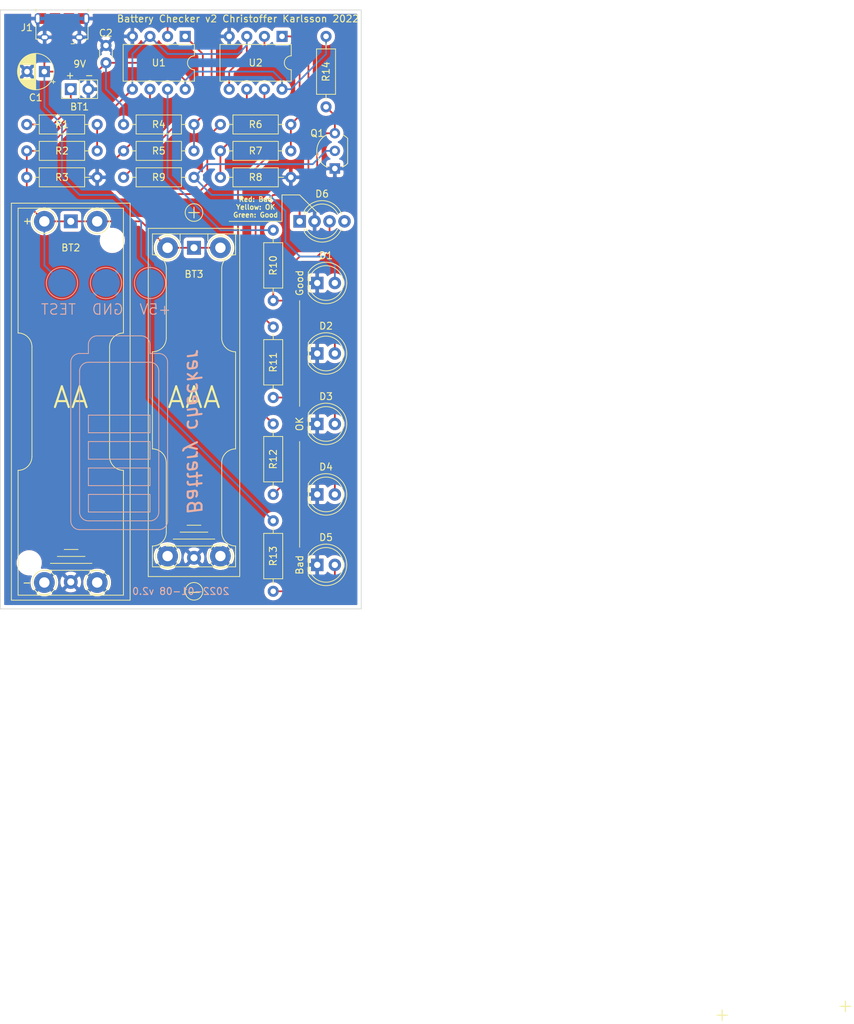
<source format=kicad_pcb>
(kicad_pcb (version 20171130) (host pcbnew "(5.1.10)-1")
  (title_block (title "Battery checker") (date 2022-01-07) (rev 2.0) (company "Christoffer Karlsson"))
  (layers (0 F.Cu signal) (31 B.Cu signal) (34 B.Paste user) (35 F.Paste user) (36 B.SilkS user) (37 F.SilkS user) (38 B.Mask user) (39 F.Mask user) (44 Edge.Cuts user))
  (net 0 "")
  (net 1 Earth)
  (net 2 "Net-(BT1-Pad1)")
  (net 3 TEST)
  (net 4 +5V)
  (net 5 "Net-(D1-Pad2)")
  (net 6 G)
  (net 7 "Net-(D3-Pad2)")
  (net 8 "Net-(D4-Pad2)")
  (net 9 "Net-(D5-Pad2)")
  (net 10 "Net-(D6-Pad1)")
  (net 11 "Net-(J1-Pad4)")
  (net 12 "Net-(J1-Pad3)")
  (net 13 "Net-(J1-Pad2)")
  (net 14 "Net-(R4-Pad2)")
  (net 15 "Net-(R5-Pad2)")
  (net 16 "Net-(R6-Pad2)")
  (net 17 "Net-(R9-Pad2)")
  (net 18 "Net-(R10-Pad2)")
  (net 19 "Net-(R11-Pad2)")
  (net 20 "Net-(D6-Pad4)")
  (net 21 "Net-(R1-Pad1)")
  (net 22 "Net-(R7-Pad2)")
  (net 23 "Net-(R12-Pad2)")
  (module "" (layer F.Cu) (at 92.71 101.6)
    (fp_text reference "" (at 93.98 101.6) (layer F.SilkS) (effects (font (size 1.27 1.27))))
    (fp_text value "" (at 93.98 101.6) (layer F.SilkS) (effects (font (size 1.27 1.27))))
    (fp_text user + (at 93.98 101.6 -180) (layer F.SilkS) (effects (font (size 2 2))))
  )
  (module "" (layer F.Cu) (at 92.71 101.6)
    (fp_text reference "" (at 93.98 101.6) (layer F.SilkS) (effects (font (size 1.27 1.27))))
    (fp_text value "" (at 93.98 101.6) (layer F.SilkS) (effects (font (size 1.27 1.27))))
    (fp_text user + (at 93.98 101.6 -180) (layer F.SilkS) (effects (font (size 2 2))))
  )
  (module "" (layer F.Cu) (at 93.98 101.6)
    (fp_text reference "" (at 74.93 90.17) (layer F.SilkS) (effects (font (size 1.27 1.27))))
    (fp_text value "" (at 74.93 90.17) (layer F.SilkS) (effects (font (size 1.27 1.27))))
    (fp_text user + (at 74.93 102.87 -180) (layer F.SilkS) (effects (font (size 2 2))))
  )
  (module Battery:BatteryHolder_Keystone_2460_1xAA (layer F.Cu) (at 74.93 90.17 270)
    (fp_text reference BT2 (at 3.81 0) (layer F.SilkS))
    (fp_text value "AA battery under test")
    (fp_text user + (at 0 6.35 90) (layer F.SilkS))
    (fp_text user - (at 52.07 6.35) (layer F.SilkS))
    (pad 1 thru_hole rect (at 0 0 90) (size 2 2) (drill 1.02) (layers *.Cu *.Mask) (net 3 TEST))
    (pad 2 thru_hole circle (at 51.99 0 90) (size 2 2) (drill 1.02) (layers *.Cu *.Mask) (net 1 Earth))
    (pad "" np_thru_hole circle (at 49.23 5.995 270) (size 2.64 2.64) (drill 2.64) (layers *.Cu *.Mask))
    (pad "" np_thru_hole circle (at 2.75 -5.995) (size 2.64 2.64) (drill 2.64) (layers *.Cu *.Mask))
  )
  (module Capacitor_THT:C_Disc_D3.0mm_W1.6mm_P2.50mm (layer F.Cu) (at 80.01 67.31 90)
    (fp_text reference C2 (at 4.286899 -0.033178 180) (layer F.SilkS))
    (fp_text value 0.1µF)
    (pad 2 thru_hole circle (at 2.5 0 90) (size 1.6 1.6) (drill 0.8) (layers *.Cu *.Mask) (net 1 Earth))
    (pad 1 thru_hole circle (at 0 0 90) (size 1.6 1.6) (drill 0.8) (layers *.Cu *.Mask) (net 4 +5V))
  )
  (module TestPoint:TestPoint_Pad_D4.0mm (layer B.Cu) (at 80.01 99.06)
    (fp_text reference TP11 hide)
    (fp_text value TestPoint)
    (pad 1 smd circle (at 0 0) (size 4 4) (layers B.Cu B.Mask) (net 1 Earth))
  )
  (module TestPoint:TestPoint_Pad_D4.0mm (layer B.Cu) (at 86.36 99.06)
    (fp_text reference TP10 hide)
    (fp_text value TestPoint)
    (pad 1 smd circle (at 0 0) (size 4 4) (layers B.Cu B.Mask) (net 4 +5V))
  )
  (module TestPoint:TestPoint_Pad_D4.0mm (layer B.Cu) (at 73.66 99.06)
    (fp_text reference TP9 hide)
    (fp_text value TestPoint)
    (pad 1 smd circle (at 0 0) (size 4 4) (layers B.Cu B.Mask) (net 3 TEST))
  )
  (module TestPoint:TestPoint_THTPad_D3.0mm_Drill1.5mm (layer F.Cu) (at 96.52 138.43)
    (fp_text reference TP8 hide)
    (fp_text value TestPoint)
    (pad 1 thru_hole circle (at 0 0) (size 3 3) (drill 1.5) (layers *.Cu *.Mask) (net 1 Earth))
  )
  (module TestPoint:TestPoint_THTPad_D3.0mm_Drill1.5mm (layer F.Cu) (at 88.9 138.43)
    (fp_text reference TP6 hide)
    (fp_text value TestPoint)
    (pad 1 thru_hole circle (at 0 0) (size 3 3) (drill 1.5) (layers *.Cu *.Mask) (net 1 Earth))
  )
  (module TestPoint:TestPoint_THTPad_D3.0mm_Drill1.5mm (layer F.Cu) (at 78.74 142.24)
    (fp_text reference TP4 hide)
    (fp_text value TestPoint)
    (pad 1 thru_hole circle (at 0 0) (size 3 3) (drill 1.5) (layers *.Cu *.Mask) (net 1 Earth))
  )
  (module TestPoint:TestPoint_THTPad_D3.0mm_Drill1.5mm (layer F.Cu) (at 71.12 142.24)
    (fp_text reference TP2 hide)
    (fp_text value TestPoint)
    (pad 1 thru_hole circle (at 0 0) (size 3 3) (drill 1.5) (layers *.Cu *.Mask) (net 1 Earth))
  )
  (module TestPoint:TestPoint_THTPad_D3.0mm_Drill1.5mm (layer F.Cu) (at 96.52 93.98)
    (fp_text reference TP7 hide)
    (fp_text value TestPoint)
    (pad 1 thru_hole circle (at 0 0) (size 3 3) (drill 1.5) (layers *.Cu *.Mask) (net 3 TEST))
  )
  (module TestPoint:TestPoint_THTPad_D3.0mm_Drill1.5mm (layer F.Cu) (at 88.9 93.98)
    (fp_text reference TP5 hide)
    (fp_text value TestPoint)
    (pad 1 thru_hole circle (at 0 0) (size 3 3) (drill 1.5) (layers *.Cu *.Mask) (net 3 TEST))
  )
  (module TestPoint:TestPoint_THTPad_D3.0mm_Drill1.5mm (layer F.Cu) (at 78.74 90.17)
    (fp_text reference TP3 hide)
    (fp_text value TestPoint)
    (pad 1 thru_hole circle (at 0 0) (size 3 3) (drill 1.5) (layers *.Cu *.Mask) (net 3 TEST))
  )
  (module TestPoint:TestPoint_THTPad_D3.0mm_Drill1.5mm (layer F.Cu) (at 71.12 90.17)
    (fp_text reference TP1 hide)
    (fp_text value TestPoint)
    (pad 1 thru_hole circle (at 0 0) (size 3 3) (drill 1.5) (layers *.Cu *.Mask) (net 3 TEST))
  )
  (module Resistor_THT:R_Axial_DIN0207_L6.3mm_D2.5mm_P10.16mm_Horizontal (layer F.Cu) (at 68.58 80.01)
    (fp_text reference R2 (at 5.08 0) (layer F.SilkS))
    (fp_text value 82ohm)
    (pad 2 thru_hole oval (at 10.16 0) (size 1.6 1.6) (drill 0.8) (layers *.Cu *.Mask) (net 21 "Net-(R1-Pad1)"))
    (pad 1 thru_hole circle (at 0 0) (size 1.6 1.6) (drill 0.8) (layers *.Cu *.Mask) (net 3 TEST))
  )
  (module LED_THT:LED_D5.0mm-4_RGB_Wide_Pins (layer F.Cu) (at 107.95 90.17)
    (fp_text reference D6 (at 3.2385 -3.96) (layer F.SilkS))
    (fp_text value LED_RCGB)
    (pad 4 thru_hole circle (at 6.477 0) (size 1.8 1.8) (drill 0.9) (layers *.Cu *.Mask) (net 20 "Net-(D6-Pad4)"))
    (pad 3 thru_hole circle (at 4.318 0) (size 1.8 1.8) (drill 0.9) (layers *.Cu *.Mask) (net 6 G))
    (pad 2 thru_hole circle (at 2.159 0) (size 1.8 1.8) (drill 0.9) (layers *.Cu *.Mask) (net 1 Earth))
    (pad 1 thru_hole rect (at 0 0) (size 1.8 1.8) (drill 0.9) (layers *.Cu *.Mask) (net 10 "Net-(D6-Pad1)"))
  )
  (module Capacitor_THT:CP_Radial_D5.0mm_P2.50mm (layer F.Cu) (at 71.12 68.58 180)
    (fp_text reference C1 (at 1.25 -3.75) (layer F.SilkS))
    (fp_text value 1µF)
    (pad 2 thru_hole circle (at 2.5 0 180) (size 1.6 1.6) (drill 0.8) (layers *.Cu *.Mask) (net 1 Earth))
    (pad 1 thru_hole rect (at 0 0 180) (size 1.6 1.6) (drill 0.8) (layers *.Cu *.Mask) (net 4 +5V))
  )
  (module Package_TO_SOT_THT:TO-92_Inline_Wide (layer F.Cu) (at 113.03 82.55 90)
    (fp_text reference Q1 (at 5.08 -2.54 180) (layer F.SilkS))
    (fp_text value PN2222A)
    (pad 1 thru_hole rect (at 0 0 90) (size 1.5 1.5) (drill 0.8) (layers *.Cu *.Mask) (net 1 Earth))
    (pad 3 thru_hole circle (at 5.08 0 90) (size 1.5 1.5) (drill 0.8) (layers *.Cu *.Mask) (net 10 "Net-(D6-Pad1)"))
    (pad 2 thru_hole circle (at 2.54 0 90) (size 1.5 1.5) (drill 0.8) (layers *.Cu *.Mask) (net 5 "Net-(D1-Pad2)"))
  )
  (module Package_DIP:DIP-8_W7.62mm (layer F.Cu) (at 91.44 63.5 270)
    (fp_text reference U1 (at 3.81 3.81 180) (layer F.SilkS))
    (fp_text value LM358)
    (pad 1 thru_hole rect (at 0 0 270) (size 1.6 1.6) (drill 0.8) (layers *.Cu *.Mask) (net 17 "Net-(R9-Pad2)"))
    (pad 5 thru_hole oval (at 7.62 7.62 270) (size 1.6 1.6) (drill 0.8) (layers *.Cu *.Mask) (net 3 TEST))
    (pad 2 thru_hole oval (at 0 2.54 270) (size 1.6 1.6) (drill 0.8) (layers *.Cu *.Mask) (net 14 "Net-(R4-Pad2)"))
    (pad 6 thru_hole oval (at 7.62 5.08 270) (size 1.6 1.6) (drill 0.8) (layers *.Cu *.Mask) (net 15 "Net-(R5-Pad2)"))
    (pad 3 thru_hole oval (at 0 5.08 270) (size 1.6 1.6) (drill 0.8) (layers *.Cu *.Mask) (net 3 TEST))
    (pad 7 thru_hole oval (at 7.62 2.54 270) (size 1.6 1.6) (drill 0.8) (layers *.Cu *.Mask) (net 18 "Net-(R10-Pad2)"))
    (pad 4 thru_hole oval (at 0 7.62 270) (size 1.6 1.6) (drill 0.8) (layers *.Cu *.Mask) (net 1 Earth))
    (pad 8 thru_hole oval (at 7.62 0 270) (size 1.6 1.6) (drill 0.8) (layers *.Cu *.Mask) (net 4 +5V))
  )
  (module Package_DIP:DIP-8_W7.62mm (layer F.Cu) (at 105.41 63.5 270)
    (fp_text reference U2 (at 3.81 3.81 180) (layer F.SilkS))
    (fp_text value LM358)
    (pad 1 thru_hole rect (at 0 0 270) (size 1.6 1.6) (drill 0.8) (layers *.Cu *.Mask) (net 19 "Net-(R11-Pad2)"))
    (pad 5 thru_hole oval (at 7.62 7.62 270) (size 1.6 1.6) (drill 0.8) (layers *.Cu *.Mask) (net 3 TEST))
    (pad 2 thru_hole oval (at 0 2.54 270) (size 1.6 1.6) (drill 0.8) (layers *.Cu *.Mask) (net 16 "Net-(R6-Pad2)"))
    (pad 6 thru_hole oval (at 7.62 5.08 270) (size 1.6 1.6) (drill 0.8) (layers *.Cu *.Mask) (net 22 "Net-(R7-Pad2)"))
    (pad 3 thru_hole oval (at 0 5.08 270) (size 1.6 1.6) (drill 0.8) (layers *.Cu *.Mask) (net 3 TEST))
    (pad 7 thru_hole oval (at 7.62 2.54 270) (size 1.6 1.6) (drill 0.8) (layers *.Cu *.Mask) (net 23 "Net-(R12-Pad2)"))
    (pad 4 thru_hole oval (at 0 7.62 270) (size 1.6 1.6) (drill 0.8) (layers *.Cu *.Mask) (net 1 Earth))
    (pad 8 thru_hole oval (at 7.62 0 270) (size 1.6 1.6) (drill 0.8) (layers *.Cu *.Mask) (net 4 +5V))
  )
  (module Resistor_THT:R_Axial_DIN0207_L6.3mm_D2.5mm_P10.16mm_Horizontal (layer F.Cu) (at 111.76 63.5 270)
    (fp_text reference R14 (at 5.08 0 90) (layer F.SilkS))
    (fp_text value 1kohm)
    (pad 2 thru_hole oval (at 10.16 0 270) (size 1.6 1.6) (drill 0.8) (layers *.Cu *.Mask) (net 10 "Net-(D6-Pad1)"))
    (pad 1 thru_hole circle (at 0 0 270) (size 1.6 1.6) (drill 0.8) (layers *.Cu *.Mask) (net 4 +5V))
  )
  (module Resistor_THT:R_Axial_DIN0207_L6.3mm_D2.5mm_P10.16mm_Horizontal (layer F.Cu) (at 104.14 143.51 90)
    (fp_text reference R13 (at 5.08 0 90) (layer F.SilkS))
    (fp_text value 1kohm)
    (pad 2 thru_hole oval (at 10.16 0 90) (size 1.6 1.6) (drill 0.8) (layers *.Cu *.Mask) (net 4 +5V))
    (pad 1 thru_hole circle (at 0 0 90) (size 1.6 1.6) (drill 0.8) (layers *.Cu *.Mask) (net 9 "Net-(D5-Pad2)"))
  )
  (module Resistor_THT:R_Axial_DIN0207_L6.3mm_D2.5mm_P10.16mm_Horizontal (layer F.Cu) (at 104.14 129.54 90)
    (fp_text reference R12 (at 5.08 0 90) (layer F.SilkS))
    (fp_text value 240ohm)
    (pad 2 thru_hole oval (at 10.16 0 90) (size 1.6 1.6) (drill 0.8) (layers *.Cu *.Mask) (net 23 "Net-(R12-Pad2)"))
    (pad 1 thru_hole circle (at 0 0 90) (size 1.6 1.6) (drill 0.8) (layers *.Cu *.Mask) (net 8 "Net-(D4-Pad2)"))
  )
  (module Resistor_THT:R_Axial_DIN0207_L6.3mm_D2.5mm_P10.16mm_Horizontal (layer F.Cu) (at 104.14 115.57 90)
    (fp_text reference R11 (at 5.08 0 90) (layer F.SilkS))
    (fp_text value 120ohm)
    (pad 2 thru_hole oval (at 10.16 0 90) (size 1.6 1.6) (drill 0.8) (layers *.Cu *.Mask) (net 19 "Net-(R11-Pad2)"))
    (pad 1 thru_hole circle (at 0 0 90) (size 1.6 1.6) (drill 0.8) (layers *.Cu *.Mask) (net 7 "Net-(D3-Pad2)"))
  )
  (module Resistor_THT:R_Axial_DIN0207_L6.3mm_D2.5mm_P10.16mm_Horizontal (layer F.Cu) (at 104.14 101.6 90)
    (fp_text reference R10 (at 5.08 0 90) (layer F.SilkS))
    (fp_text value 120ohm)
    (pad 2 thru_hole oval (at 10.16 0 90) (size 1.6 1.6) (drill 0.8) (layers *.Cu *.Mask) (net 18 "Net-(R10-Pad2)"))
    (pad 1 thru_hole circle (at 0 0 90) (size 1.6 1.6) (drill 0.8) (layers *.Cu *.Mask) (net 6 G))
  )
  (module Resistor_THT:R_Axial_DIN0207_L6.3mm_D2.5mm_P10.16mm_Horizontal (layer F.Cu) (at 92.71 83.82 180)
    (fp_text reference R9 (at 5.08 0) (layer F.SilkS))
    (fp_text value 120ohm)
    (pad 1 thru_hole circle (at 0 0 180) (size 1.6 1.6) (drill 0.8) (layers *.Cu *.Mask) (net 5 "Net-(D1-Pad2)"))
    (pad 2 thru_hole oval (at 10.16 0 180) (size 1.6 1.6) (drill 0.8) (layers *.Cu *.Mask) (net 17 "Net-(R9-Pad2)"))
  )
  (module Resistor_THT:R_Axial_DIN0207_L6.3mm_D2.5mm_P10.16mm_Horizontal (layer F.Cu) (at 96.52 83.82)
    (fp_text reference R8 (at 5.08 0) (layer F.SilkS))
    (fp_text value 750ohm)
    (pad 1 thru_hole circle (at 0 0) (size 1.6 1.6) (drill 0.8) (layers *.Cu *.Mask) (net 22 "Net-(R7-Pad2)"))
    (pad 2 thru_hole oval (at 10.16 0) (size 1.6 1.6) (drill 0.8) (layers *.Cu *.Mask) (net 1 Earth))
  )
  (module Resistor_THT:R_Axial_DIN0207_L6.3mm_D2.5mm_P10.16mm_Horizontal (layer F.Cu) (at 106.68 80.01 180)
    (fp_text reference R7 (at 5.08 0) (layer F.SilkS))
    (fp_text value 91ohm)
    (pad 1 thru_hole circle (at 0 0 180) (size 1.6 1.6) (drill 0.8) (layers *.Cu *.Mask) (net 16 "Net-(R6-Pad2)"))
    (pad 2 thru_hole oval (at 10.16 0 180) (size 1.6 1.6) (drill 0.8) (layers *.Cu *.Mask) (net 22 "Net-(R7-Pad2)"))
  )
  (module Resistor_THT:R_Axial_DIN0207_L6.3mm_D2.5mm_P10.16mm_Horizontal (layer F.Cu) (at 96.52 76.2)
    (fp_text reference R6 (at 5.08 0) (layer F.SilkS))
    (fp_text value 82ohm)
    (pad 2 thru_hole oval (at 10.16 0) (size 1.6 1.6) (drill 0.8) (layers *.Cu *.Mask) (net 16 "Net-(R6-Pad2)"))
    (pad 1 thru_hole circle (at 0 0) (size 1.6 1.6) (drill 0.8) (layers *.Cu *.Mask) (net 15 "Net-(R5-Pad2)"))
  )
  (module Resistor_THT:R_Axial_DIN0207_L6.3mm_D2.5mm_P10.16mm_Horizontal (layer F.Cu) (at 92.71 80.01 180)
    (fp_text reference R5 (at 5.08 0) (layer F.SilkS))
    (fp_text value 82ohm)
    (pad 1 thru_hole circle (at 0 0 180) (size 1.6 1.6) (drill 0.8) (layers *.Cu *.Mask) (net 14 "Net-(R4-Pad2)"))
    (pad 2 thru_hole oval (at 10.16 0 180) (size 1.6 1.6) (drill 0.8) (layers *.Cu *.Mask) (net 15 "Net-(R5-Pad2)"))
  )
  (module Resistor_THT:R_Axial_DIN0207_L6.3mm_D2.5mm_P10.16mm_Horizontal (layer F.Cu) (at 82.55 76.2)
    (fp_text reference R4 (at 5.08 0) (layer F.SilkS))
    (fp_text value 3kohm)
    (pad 2 thru_hole oval (at 10.16 0) (size 1.6 1.6) (drill 0.8) (layers *.Cu *.Mask) (net 14 "Net-(R4-Pad2)"))
    (pad 1 thru_hole circle (at 0 0) (size 1.6 1.6) (drill 0.8) (layers *.Cu *.Mask) (net 4 +5V))
  )
  (module Resistor_THT:R_Axial_DIN0207_L6.3mm_D2.5mm_P10.16mm_Horizontal (layer F.Cu) (at 68.58 83.82)
    (fp_text reference R3 (at 5.08 0) (layer F.SilkS))
    (fp_text value 33ohm)
    (pad 2 thru_hole oval (at 10.16 0) (size 1.6 1.6) (drill 0.8) (layers *.Cu *.Mask) (net 1 Earth))
    (pad 1 thru_hole circle (at 0 0) (size 1.6 1.6) (drill 0.8) (layers *.Cu *.Mask) (net 3 TEST))
  )
  (module Resistor_THT:R_Axial_DIN0207_L6.3mm_D2.5mm_P10.16mm_Horizontal (layer F.Cu) (at 78.74 76.2 180)
    (fp_text reference R1 (at 5.08 0) (layer F.SilkS))
    (fp_text value 82ohm)
    (pad 2 thru_hole oval (at 10.16 0 180) (size 1.6 1.6) (drill 0.8) (layers *.Cu *.Mask) (net 2 "Net-(BT1-Pad1)"))
    (pad 1 thru_hole circle (at 0 0 180) (size 1.6 1.6) (drill 0.8) (layers *.Cu *.Mask) (net 21 "Net-(R1-Pad1)"))
  )
  (module Connector_USB:USB_Micro-B_Amphenol_10118194_Horizontal (layer F.Cu) (at 73.66 62.23 180)
    (fp_text reference J1 (at 5.08 0) (layer F.SilkS))
    (fp_text value USB_B_Micro)
    (pad 6 thru_hole oval (at 3.5 1.3 180) (size 0.89 1.55) (drill oval 0.5 1.15) (layers *.Cu *.Mask) (net 1 Earth))
    (pad 6 thru_hole oval (at -3.5 1.3 180) (size 0.89 1.55) (drill oval 0.5 1.15) (layers *.Cu *.Mask) (net 1 Earth))
    (pad 6 smd rect (at 2.9 1.3 180) (size 1.2 1.55) (layers F.Cu F.Paste F.Mask) (net 1 Earth))
    (pad 6 smd rect (at -2.9 1.3 180) (size 1.2 1.55) (layers F.Cu F.Paste F.Mask) (net 1 Earth))
    (pad 6 smd rect (at 1 1.3 180) (size 1.5 1.55) (layers F.Cu F.Paste F.Mask) (net 1 Earth))
    (pad 6 smd rect (at -1 1.3 180) (size 1.5 1.55) (layers F.Cu F.Paste F.Mask) (net 1 Earth))
    (pad 6 thru_hole oval (at 2.5 -1.4 180) (size 1.25 0.95) (drill oval 0.85 0.55) (layers *.Cu *.Mask) (net 1 Earth))
    (pad 6 thru_hole oval (at -2.5 -1.4 180) (size 1.25 0.95) (drill oval 0.85 0.55) (layers *.Cu *.Mask) (net 1 Earth))
    (pad 5 smd rect (at 1.3 -1.4 180) (size 0.4 1.35) (layers F.Cu F.Paste F.Mask) (net 1 Earth))
    (pad 4 smd rect (at 0.65 -1.4 180) (size 0.4 1.35) (layers F.Cu F.Paste F.Mask) (net 11 "Net-(J1-Pad4)"))
    (pad 3 smd rect (at 0 -1.4 180) (size 0.4 1.35) (layers F.Cu F.Paste F.Mask) (net 12 "Net-(J1-Pad3)"))
    (pad 2 smd rect (at -0.65 -1.4 180) (size 0.4 1.35) (layers F.Cu F.Paste F.Mask) (net 13 "Net-(J1-Pad2)"))
    (pad 1 smd rect (at -1.3 -1.4 180) (size 0.4 1.35) (layers F.Cu F.Paste F.Mask) (net 4 +5V))
  )
  (module LED_THT:LED_D5.0mm (layer F.Cu) (at 110.49 139.7)
    (fp_text reference D5 (at 1.27 -3.96) (layer F.SilkS))
    (fp_text value "Red LED")
    (pad 2 thru_hole circle (at 2.54 0) (size 1.8 1.8) (drill 0.9) (layers *.Cu *.Mask) (net 9 "Net-(D5-Pad2)"))
    (pad 1 thru_hole rect (at 0 0) (size 1.8 1.8) (drill 0.9) (layers *.Cu *.Mask) (net 1 Earth))
  )
  (module LED_THT:LED_D5.0mm (layer F.Cu) (at 110.49 129.54)
    (fp_text reference D4 (at 1.27 -3.96) (layer F.SilkS))
    (fp_text value "Yellow LED")
    (pad 2 thru_hole circle (at 2.54 0) (size 1.8 1.8) (drill 0.9) (layers *.Cu *.Mask) (net 8 "Net-(D4-Pad2)"))
    (pad 1 thru_hole rect (at 0 0) (size 1.8 1.8) (drill 0.9) (layers *.Cu *.Mask) (net 1 Earth))
  )
  (module LED_THT:LED_D5.0mm (layer F.Cu) (at 110.49 119.38)
    (fp_text reference D3 (at 1.27 -3.96) (layer F.SilkS))
    (fp_text value "Green LED")
    (pad 2 thru_hole circle (at 2.54 0) (size 1.8 1.8) (drill 0.9) (layers *.Cu *.Mask) (net 7 "Net-(D3-Pad2)"))
    (pad 1 thru_hole rect (at 0 0) (size 1.8 1.8) (drill 0.9) (layers *.Cu *.Mask) (net 1 Earth))
  )
  (module LED_THT:LED_D5.0mm (layer F.Cu) (at 110.49 109.22)
    (fp_text reference D2 (at 1.27 -3.96) (layer F.SilkS))
    (fp_text value "Green LED")
    (pad 2 thru_hole circle (at 2.54 0) (size 1.8 1.8) (drill 0.9) (layers *.Cu *.Mask) (net 6 G))
    (pad 1 thru_hole rect (at 0 0) (size 1.8 1.8) (drill 0.9) (layers *.Cu *.Mask) (net 1 Earth))
  )
  (module LED_THT:LED_D5.0mm (layer F.Cu) (at 110.49 99.06)
    (fp_text reference D1 (at 1.27 -3.96) (layer F.SilkS))
    (fp_text value "Green LED")
    (pad 2 thru_hole circle (at 2.54 0) (size 1.8 1.8) (drill 0.9) (layers *.Cu *.Mask) (net 5 "Net-(D1-Pad2)"))
    (pad 1 thru_hole rect (at 0 0) (size 1.8 1.8) (drill 0.9) (layers *.Cu *.Mask) (net 1 Earth))
  )
  (module Battery:BatteryHolder_Keystone_2466_1xAAA (layer F.Cu) (at 92.71 93.98 270)
    (fp_text reference BT3 (at 3.81 0) (layer F.SilkS))
    (fp_text value "AAA battery under test")
    (fp_text user + (at -5.23 0) (layer F.SilkS) (effects (font (size 2 2))))
    (fp_text user - (at 49.53 0) (layer F.SilkS) (effects (font (size 2 2))))
    (pad 2 thru_hole circle (at 44.7 0 270) (size 2 2) (drill 1.02) (layers *.Cu *.Mask) (net 1 Earth))
    (pad 1 thru_hole rect (at 0 0 270) (size 2 2) (drill 1.02) (layers *.Cu *.Mask) (net 3 TEST))
  )
  (module Connector_PinHeader_2.54mm:PinHeader_1x02_P2.54mm_Vertical (layer F.Cu) (at 74.93 71.12 90)
    (fp_text reference BT1 (at -2.54 1.27 180) (layer F.SilkS))
    (fp_text value "9V battery under test")
    (pad 2 thru_hole oval (at 0 2.54 90) (size 1.7 1.7) (drill 1) (layers *.Cu *.Mask) (net 1 Earth))
    (pad 1 thru_hole rect (at 0 0 90) (size 1.7 1.7) (drill 1) (layers *.Cu *.Mask) (net 2 "Net-(BT1-Pad1)"))
  )
  (gr_circle (center 92.71 88.9) (end 93.98 88.9) (layer F.SilkS) (width 0.12))
  (gr_circle (center 92.71 143.51) (end 93.98 143.51) (layer F.SilkS) (width 0.12))
  (gr_arc (start 76.2 133.35) (end 74.93 133.35) (angle -90) (layer B.SilkS) (width 0.12))
  (gr_line (start 76.2 134.62) (end 87.63 134.62) (layer B.SilkS) (width 0.12))
  (gr_line (start 74.93 133.35) (end 74.93 110.49) (layer B.SilkS) (width 0.12))
  (gr_text "Battery checker" (at 92.71 120.65 270) (layer B.SilkS) (effects (font (size 2 2) (thickness 0.3) italic) (justify mirror)))
  (gr_line (start 86.36 118.11) (end 86.36 120.65) (layer B.SilkS) (width 0.12))
  (gr_line (start 77.47 118.11) (end 86.36 118.11) (layer B.SilkS) (width 0.12))
  (gr_line (start 77.47 120.65) (end 77.47 118.11) (layer B.SilkS) (width 0.12))
  (gr_line (start 86.36 120.65) (end 77.47 120.65) (layer B.SilkS) (width 0.12))
  (gr_line (start 86.36 121.92) (end 86.36 124.46) (layer B.SilkS) (width 0.12))
  (gr_line (start 77.47 121.92) (end 86.36 121.92) (layer B.SilkS) (width 0.12))
  (gr_line (start 77.47 124.46) (end 77.47 121.92) (layer B.SilkS) (width 0.12))
  (gr_line (start 86.36 124.46) (end 77.47 124.46) (layer B.SilkS) (width 0.12))
  (gr_line (start 86.36 125.73) (end 86.36 128.27) (layer B.SilkS) (width 0.12))
  (gr_line (start 77.47 125.73) (end 86.36 125.73) (layer B.SilkS) (width 0.12))
  (gr_line (start 77.47 128.27) (end 77.47 125.73) (layer B.SilkS) (width 0.12))
  (gr_line (start 86.36 128.27) (end 77.47 128.27) (layer B.SilkS) (width 0.12))
  (gr_line (start 77.47 129.54) (end 77.47 132.08) (layer B.SilkS) (width 0.12))
  (gr_line (start 86.36 129.54) (end 77.47 129.54) (layer B.SilkS) (width 0.12))
  (gr_line (start 86.36 132.08) (end 77.47 132.08) (layer B.SilkS) (width 0.12))
  (gr_line (start 86.36 129.54) (end 86.36 132.08) (layer B.SilkS) (width 0.12))
  (gr_arc (start 77.47 111.76) (end 77.47 110.49) (angle -90) (layer B.SilkS) (width 0.12))
  (gr_arc (start 86.36 111.76) (end 87.63 111.76) (angle -90) (layer B.SilkS) (width 0.12))
  (gr_arc (start 86.36 132.08) (end 86.36 133.35) (angle -90) (layer B.SilkS) (width 0.12))
  (gr_arc (start 77.47 132.08) (end 76.2 132.08) (angle -90) (layer B.SilkS) (width 0.12))
  (gr_line (start 87.63 111.76) (end 87.63 132.08) (layer B.SilkS) (width 0.12))
  (gr_line (start 77.47 110.49) (end 86.36 110.49) (layer B.SilkS) (width 0.12))
  (gr_line (start 76.2 132.08) (end 76.2 111.76) (layer B.SilkS) (width 0.12))
  (gr_line (start 86.36 133.35) (end 77.47 133.35) (layer B.SilkS) (width 0.12))
  (gr_arc (start 85.09 107.95) (end 86.36 107.95) (angle -90) (layer B.SilkS) (width 0.12))
  (gr_arc (start 78.74 107.95) (end 78.74 106.68) (angle -90) (layer B.SilkS) (width 0.12))
  (gr_line (start 77.47 109.22) (end 77.47 107.95) (layer B.SilkS) (width 0.12))
  (gr_line (start 76.2 109.22) (end 77.47 109.22) (layer B.SilkS) (width 0.12))
  (gr_line (start 85.09 106.68) (end 78.74 106.68) (layer B.SilkS) (width 0.12))
  (gr_line (start 86.36 109.22) (end 86.36 107.95) (layer B.SilkS) (width 0.12))
  (gr_line (start 87.63 109.22) (end 86.36 109.22) (layer B.SilkS) (width 0.12))
  (gr_arc (start 76.2 110.49) (end 76.2 109.22) (angle -90) (layer B.SilkS) (width 0.12))
  (gr_arc (start 87.63 110.49) (end 88.9 110.49) (angle -90) (layer B.SilkS) (width 0.12))
  (gr_arc (start 87.63 133.35) (end 87.63 134.62) (angle -90) (layer B.SilkS) (width 0.12))
  (gr_line (start 88.9 110.49) (end 88.9 133.35) (layer B.SilkS) (width 0.12))
  (gr_text "Battery Checker v2 Christoffer Karlsson 2022" (at 99.06 60.96) (layer F.SilkS) (effects (font (size 1 1))))
  (gr_line (start 107.95 86.36) (end 110.49 88.9) (layer F.SilkS) (width 0.12))
  (gr_line (start 105.41 86.36) (end 107.95 86.36) (layer F.SilkS) (width 0.12))
  (gr_line (start 105.41 90.17) (end 105.41 86.36) (layer F.SilkS) (width 0.12))
  (gr_line (start 97.79 90.17) (end 105.41 90.17) (layer F.SilkS) (width 0.12))
  (gr_text "+5V  GND  TEST" (at 80.01 102.87) (layer B.SilkS) (effects (font (size 1.5 1.5)) (justify mirror)))
  (gr_text "Red: Bad\nYellow: OK\nGreen: Good" (at 101.6 88.120082) (layer F.SilkS) (effects (font (size 0.7 0.7))))
  (gr_line (start 107.95 116.84) (end 107.95 101.6) (layer F.SilkS) (width 0.12))
  (gr_line (start 107.95 137.16) (end 107.95 121.92) (layer F.SilkS) (width 0.12))
  (gr_text "2022-01-08 v2.0" (at 90.805 143.51) (layer B.SilkS) (effects (font (size 1 1)) (justify mirror)))
  (gr_text Good (at 107.95 99.06 90) (layer F.SilkS) (effects (font (size 1 1))))
  (gr_text OK (at 107.95 119.38 90) (layer F.SilkS) (effects (font (size 1 1))))
  (gr_text Bad (at 107.95 139.7 90) (layer F.SilkS) (effects (font (size 1 1))))
  (gr_text "9V\n+  -" (at 76.211647 68.287692) (layer F.SilkS) (effects (font (size 1 1))))
  (gr_text AAA (at 92.71 115.57) (layer F.SilkS) (effects (font (size 3 3) (thickness 0.3)) (justify mirror)))
  (gr_text AA (at 74.93 115.57) (layer F.SilkS) (effects (font (size 3 3) (thickness 0.3)) (justify mirror)))
  (gr_line (start 116.84 59.69) (end 116.84 146.05) (layer Edge.Cuts) (width 0.1))
  (gr_line (start 64.77 59.69) (end 116.84 59.69) (layer Edge.Cuts) (width 0.1))
  (gr_line (start 64.77 146.05) (end 64.77 59.69) (layer Edge.Cuts) (width 0.1))
  (gr_line (start 116.84 146.05) (end 64.77 146.05) (layer Edge.Cuts) (width 0.1))
  (segment (start 72.36 63.63) (end 71.16 63.63) (width 0.25) (layer F.Cu) (net 1))
  (segment (start 110.109 88.220003) (end 110.109 90.17) (width 0.5) (layer F.Cu) (net 1))
  (segment (start 110.109 90.17) (end 110.109 91.892016) (width 0.5) (layer F.Cu) (net 1))
  (segment (start 110.109 90.17) (end 110.109 91.892016) (width 0.5) (layer B.Cu) (net 1))
  (segment (start 110.109 90.17) (end 110.109 88.264568) (width 0.5) (layer B.Cu) (net 1))
  (segment (start 72.39 76.2) (end 68.58 76.2) (width 0.25) (layer F.Cu) (net 2))
  (segment (start 74.93 73.66) (end 72.39 76.2) (width 0.25) (layer F.Cu) (net 2))
  (segment (start 74.93 71.12) (end 74.93 73.66) (width 0.25) (layer F.Cu) (net 2))
  (segment (start 100.33 66.04) (end 100.33 63.5) (width 0.25) (layer F.Cu) (net 3))
  (segment (start 97.79 68.58) (end 100.33 66.04) (width 0.25) (layer F.Cu) (net 3))
  (segment (start 97.79 71.12) (end 97.79 68.58) (width 0.25) (layer F.Cu) (net 3))
  (segment (start 68.58 87.63) (end 71.12 90.17) (width 0.25) (layer F.Cu) (net 3))
  (segment (start 71.12 90.17) (end 74.93 90.17) (width 0.25) (layer F.Cu) (net 3))
  (segment (start 74.93 90.17) (end 78.74 90.17) (width 0.25) (layer F.Cu) (net 3))
  (segment (start 85.09 90.17) (end 88.9 93.98) (width 0.25) (layer F.Cu) (net 3))
  (segment (start 78.74 90.17) (end 85.09 90.17) (width 0.25) (layer F.Cu) (net 3))
  (segment (start 88.9 93.98) (end 92.71 93.98) (width 0.25) (layer F.Cu) (net 3))
  (segment (start 92.71 93.98) (end 96.52 93.98) (width 0.25) (layer F.Cu) (net 3))
  (segment (start 73.66 99.06) (end 71.12 96.52) (width 0.25) (layer B.Cu) (net 3))
  (segment (start 71.12 96.52) (end 71.12 90.17) (width 0.25) (layer B.Cu) (net 3))
  (segment (start 68.58 80.01) (end 68.58 83.82) (width 0.25) (layer F.Cu) (net 3))
  (segment (start 68.58 83.82) (end 68.58 87.63) (width 0.25) (layer F.Cu) (net 3))
  (segment (start 68.58 80.01) (end 71.12 80.01) (width 0.25) (layer F.Cu) (net 3))
  (segment (start 71.12 80.01) (end 77.47 73.66) (width 0.25) (layer F.Cu) (net 3))
  (segment (start 81.28 73.66) (end 83.82 71.12) (width 0.25) (layer F.Cu) (net 3))
  (segment (start 77.47 73.66) (end 81.28 73.66) (width 0.25) (layer F.Cu) (net 3))
  (segment (start 83.82 68.58) (end 83.82 71.12) (width 0.25) (layer B.Cu) (net 3))
  (segment (start 83.82 66.04) (end 83.82 68.58) (width 0.25) (layer B.Cu) (net 3))
  (segment (start 86.36 63.5) (end 83.82 66.04) (width 0.25) (layer B.Cu) (net 3))
  (segment (start 86.36 63.5) (end 88.9 66.04) (width 0.25) (layer B.Cu) (net 3))
  (segment (start 88.9 66.04) (end 99.06 66.04) (width 0.25) (layer B.Cu) (net 3))
  (segment (start 99.06 66.04) (end 100.33 64.77) (width 0.25) (layer B.Cu) (net 3))
  (segment (start 100.33 64.77) (end 100.33 63.5) (width 0.25) (layer B.Cu) (net 3))
  (segment (start 91.44 69.85) (end 91.44 71.12) (width 0.25) (layer F.Cu) (net 4))
  (segment (start 82.55 67.31) (end 88.9 67.31) (width 0.25) (layer F.Cu) (net 4))
  (segment (start 88.9 67.31) (end 91.44 69.85) (width 0.25) (layer F.Cu) (net 4))
  (segment (start 74.96 63.63) (end 74.96 64.74) (width 0.25) (layer F.Cu) (net 4))
  (segment (start 74.96 64.74) (end 73.66 66.04) (width 0.25) (layer F.Cu) (net 4))
  (segment (start 73.66 66.04) (end 72.39 66.04) (width 0.25) (layer F.Cu) (net 4))
  (segment (start 72.39 66.04) (end 71.12 67.31) (width 0.25) (layer F.Cu) (net 4))
  (segment (start 71.12 67.31) (end 71.12 68.58) (width 0.25) (layer F.Cu) (net 4))
  (segment (start 80.01 67.31) (end 82.55 67.31) (width 0.25) (layer F.Cu) (net 4))
  (segment (start 80.01 67.31) (end 80.01 71.12) (width 0.25) (layer B.Cu) (net 4))
  (segment (start 80.01 71.12) (end 82.55 73.66) (width 0.25) (layer B.Cu) (net 4))
  (segment (start 82.55 73.66) (end 82.55 76.2) (width 0.25) (layer B.Cu) (net 4))
  (segment (start 78.74 68.58) (end 80.01 67.31) (width 0.25) (layer F.Cu) (net 4))
  (segment (start 71.12 68.58) (end 78.74 68.58) (width 0.25) (layer F.Cu) (net 4))
  (segment (start 111.76 66.04) (end 111.76 63.5) (width 0.25) (layer B.Cu) (net 4))
  (segment (start 106.68 71.12) (end 111.76 66.04) (width 0.25) (layer B.Cu) (net 4))
  (segment (start 105.41 71.12) (end 106.68 71.12) (width 0.25) (layer B.Cu) (net 4))
  (segment (start 105.41 71.12) (end 105.41 69.85) (width 0.25) (layer B.Cu) (net 4))
  (segment (start 105.41 69.85) (end 104.14 68.58) (width 0.25) (layer B.Cu) (net 4))
  (segment (start 104.14 68.58) (end 92.71 68.58) (width 0.25) (layer B.Cu) (net 4))
  (segment (start 92.71 68.58) (end 91.44 69.85) (width 0.25) (layer B.Cu) (net 4))
  (segment (start 91.44 69.85) (end 91.44 71.12) (width 0.25) (layer B.Cu) (net 4))
  (segment (start 76.2 86.36) (end 81.28 86.36) (width 0.25) (layer B.Cu) (net 4))
  (segment (start 73.66 83.82) (end 76.2 86.36) (width 0.25) (layer B.Cu) (net 4))
  (segment (start 73.66 76.2) (end 73.66 83.82) (width 0.25) (layer B.Cu) (net 4))
  (segment (start 71.12 73.66) (end 73.66 76.2) (width 0.25) (layer B.Cu) (net 4))
  (segment (start 86.36 115.57) (end 104.14 133.35) (width 0.25) (layer B.Cu) (net 4))
  (segment (start 71.12 68.58) (end 71.12 73.66) (width 0.25) (layer B.Cu) (net 4))
  (segment (start 86.36 115.57) (end 86.36 99.06) (width 0.25) (layer B.Cu) (net 4))
  (segment (start 86.36 99.06) (end 86.36 97.79) (width 0.25) (layer B.Cu) (net 4))
  (segment (start 86.36 99.06) (end 86.36 96.52) (width 0.25) (layer B.Cu) (net 4))
  (segment (start 86.36 96.52) (end 85.09 95.25) (width 0.25) (layer B.Cu) (net 4))
  (segment (start 85.09 95.25) (end 85.09 90.17) (width 0.25) (layer B.Cu) (net 4))
  (segment (start 85.09 90.17) (end 81.28 86.36) (width 0.25) (layer B.Cu) (net 4))
  (segment (start 113.03 80.01) (end 111.76 80.01) (width 0.25) (layer B.Cu) (net 5))
  (segment (start 95.25 86.36) (end 92.71 83.82) (width 0.25) (layer B.Cu) (net 5))
  (segment (start 105.90424 88.69678) (end 105.90424 93.156207) (width 0.25) (layer B.Cu) (net 5))
  (segment (start 105.90424 93.156207) (end 107.998033 95.25) (width 0.25) (layer B.Cu) (net 5))
  (segment (start 107.998033 95.25) (end 111.76 95.25) (width 0.25) (layer B.Cu) (net 5))
  (segment (start 113.03 96.52) (end 113.03 99.06) (width 0.25) (layer B.Cu) (net 5))
  (segment (start 111.76 95.25) (end 113.03 96.52) (width 0.25) (layer B.Cu) (net 5))
  (segment (start 92.71 83.82) (end 94.608138 81.921862) (width 0.25) (layer B.Cu) (net 5))
  (segment (start 94.608138 81.921862) (end 109.848138 81.921862) (width 0.25) (layer B.Cu) (net 5))
  (segment (start 109.848138 81.921862) (end 111.76 80.01) (width 0.25) (layer B.Cu) (net 5))
  (segment (start 103.56746 86.36) (end 105.90424 88.69678) (width 0.25) (layer B.Cu) (net 5))
  (segment (start 95.25 86.36) (end 103.56746 86.36) (width 0.25) (layer B.Cu) (net 5))
  (segment (start 113.03 106.68) (end 113.03 109.22) (width 0.25) (layer F.Cu) (net 6))
  (segment (start 107.95 101.6) (end 113.03 106.68) (width 0.25) (layer F.Cu) (net 6))
  (segment (start 104.14 101.6) (end 107.95 101.6) (width 0.25) (layer F.Cu) (net 6))
  (segment (start 104.14 99.06) (end 104.14 101.6) (width 0.25) (layer F.Cu) (net 6))
  (segment (start 112.268 90.17) (end 112.268 93.472) (width 0.25) (layer F.Cu) (net 6))
  (segment (start 112.268 93.472) (end 110.49 95.25) (width 0.25) (layer F.Cu) (net 6))
  (segment (start 107.95 95.25) (end 104.14 99.06) (width 0.25) (layer F.Cu) (net 6))
  (segment (start 110.49 95.25) (end 107.95 95.25) (width 0.25) (layer F.Cu) (net 6))
  (segment (start 111.76 115.57) (end 113.03 116.84) (width 0.25) (layer F.Cu) (net 7))
  (segment (start 113.03 116.84) (end 113.03 119.38) (width 0.25) (layer F.Cu) (net 7))
  (segment (start 104.14 115.57) (end 111.76 115.57) (width 0.25) (layer F.Cu) (net 7))
  (segment (start 104.14 129.54) (end 107.95 125.73) (width 0.25) (layer F.Cu) (net 8))
  (segment (start 107.95 125.73) (end 111.76 125.73) (width 0.25) (layer F.Cu) (net 8))
  (segment (start 111.76 125.73) (end 113.03 127) (width 0.25) (layer F.Cu) (net 8))
  (segment (start 113.03 127) (end 113.03 129.54) (width 0.25) (layer F.Cu) (net 8))
  (segment (start 104.14 143.51) (end 111.76 143.51) (width 0.25) (layer F.Cu) (net 9))
  (segment (start 111.76 143.51) (end 113.03 142.24) (width 0.25) (layer F.Cu) (net 9))
  (segment (start 113.03 142.24) (end 113.03 139.7) (width 0.25) (layer F.Cu) (net 9))
  (segment (start 111.76 73.66) (end 113.03 74.93) (width 0.25) (layer F.Cu) (net 10))
  (segment (start 113.03 74.93) (end 113.03 77.47) (width 0.25) (layer F.Cu) (net 10))
  (segment (start 107.95 88.9) (end 107.95 90.17) (width 0.25) (layer F.Cu) (net 10))
  (segment (start 107.95 88.9) (end 107.95 89.64) (width 0.25) (layer F.Cu) (net 10))
  (segment (start 107.95 88.224653) (end 107.95 88.9) (width 0.25) (layer F.Cu) (net 10))
  (segment (start 110.49 85.684653) (end 107.95 88.224653) (width 0.25) (layer F.Cu) (net 10))
  (segment (start 110.49 78.74) (end 110.49 85.684653) (width 0.25) (layer F.Cu) (net 10))
  (segment (start 111.76 77.47) (end 110.49 78.74) (width 0.25) (layer F.Cu) (net 10))
  (segment (start 113.03 77.47) (end 111.76 77.47) (width 0.25) (layer F.Cu) (net 10))
  (segment (start 92.71 80.01) (end 92.71 76.2) (width 0.25) (layer B.Cu) (net 14))
  (segment (start 88.9 62.23) (end 88.9 63.5) (width 0.25) (layer F.Cu) (net 14))
  (segment (start 89.828133 61.301867) (end 88.9 62.23) (width 0.25) (layer F.Cu) (net 14))
  (segment (start 93.051867 61.301867) (end 89.828133 61.301867) (width 0.25) (layer F.Cu) (net 14))
  (segment (start 95.25 63.5) (end 93.051867 61.301867) (width 0.25) (layer F.Cu) (net 14))
  (segment (start 95.25 73.66) (end 95.25 63.5) (width 0.25) (layer F.Cu) (net 14))
  (segment (start 92.71 76.2) (end 95.25 73.66) (width 0.25) (layer F.Cu) (net 14))
  (segment (start 82.55 80.01) (end 86.36 76.2) (width 0.25) (layer F.Cu) (net 15))
  (segment (start 86.36 76.2) (end 86.36 71.12) (width 0.25) (layer F.Cu) (net 15))
  (segment (start 82.55 80.01) (end 80.706645 81.853355) (width 0.25) (layer F.Cu) (net 15))
  (segment (start 80.706645 81.853355) (end 80.706645 84.811404) (width 0.25) (layer F.Cu) (net 15))
  (segment (start 80.706645 84.811404) (end 82.13247 86.237229) (width 0.25) (layer F.Cu) (net 15))
  (segment (start 82.13247 86.237229) (end 93.141166 86.237229) (width 0.25) (layer F.Cu) (net 15))
  (segment (start 93.141166 86.237229) (end 94.63331 84.745085) (width 0.25) (layer F.Cu) (net 15))
  (segment (start 94.63331 78.08669) (end 96.52 76.2) (width 0.25) (layer F.Cu) (net 15))
  (segment (start 94.63331 84.745085) (end 94.63331 78.08669) (width 0.25) (layer F.Cu) (net 15))
  (segment (start 102.87 63.5) (end 102.87 64.77) (width 0.25) (layer F.Cu) (net 16))
  (segment (start 102.87 64.77) (end 104.14 66.04) (width 0.25) (layer F.Cu) (net 16))
  (segment (start 104.14 66.04) (end 106.68 66.04) (width 0.25) (layer F.Cu) (net 16))
  (segment (start 106.68 66.04) (end 107.95 67.31) (width 0.25) (layer F.Cu) (net 16))
  (segment (start 107.95 67.31) (end 107.95 71.12) (width 0.25) (layer F.Cu) (net 16))
  (segment (start 106.68 76.2) (end 107.95 74.93) (width 0.25) (layer F.Cu) (net 16))
  (segment (start 107.95 74.93) (end 107.95 71.12) (width 0.25) (layer F.Cu) (net 16))
  (segment (start 106.68 76.2) (end 106.68 80.01) (width 0.25) (layer F.Cu) (net 16))
  (segment (start 93.98 66.04) (end 91.44 63.5) (width 0.25) (layer F.Cu) (net 17))
  (segment (start 93.98 72.39) (end 93.98 66.04) (width 0.25) (layer F.Cu) (net 17))
  (segment (start 88.9 77.47) (end 93.98 72.39) (width 0.25) (layer F.Cu) (net 17))
  (segment (start 88.9 77.47) (end 82.55 83.82) (width 0.25) (layer F.Cu) (net 17))
  (segment (start 104.14 91.44) (end 96.52 91.44) (width 0.25) (layer B.Cu) (net 18))
  (segment (start 88.9 83.82) (end 88.9 74.93) (width 0.25) (layer B.Cu) (net 18))
  (segment (start 96.52 91.44) (end 88.9 83.82) (width 0.25) (layer B.Cu) (net 18))
  (segment (start 88.9 71.12) (end 88.9 74.93) (width 0.25) (layer B.Cu) (net 18))
  (segment (start 101.6 102.87) (end 104.14 105.41) (width 0.25) (layer F.Cu) (net 19))
  (segment (start 104.14 86.36) (end 101.6 88.9) (width 0.25) (layer F.Cu) (net 19))
  (segment (start 101.6 88.9) (end 101.6 102.87) (width 0.25) (layer F.Cu) (net 19))
  (segment (start 107.95 86.36) (end 104.14 86.36) (width 0.25) (layer F.Cu) (net 19))
  (segment (start 109.22 85.09) (end 107.95 86.36) (width 0.25) (layer F.Cu) (net 19))
  (segment (start 109.22 69.85) (end 109.22 85.09) (width 0.25) (layer F.Cu) (net 19))
  (segment (start 106.68 63.5) (end 109.22 66.04) (width 0.25) (layer F.Cu) (net 19))
  (segment (start 105.41 63.5) (end 106.68 63.5) (width 0.25) (layer F.Cu) (net 19))
  (segment (start 109.22 66.04) (end 109.22 69.85) (width 0.25) (layer F.Cu) (net 19))
  (segment (start 78.74 80.01) (end 78.74 76.2) (width 0.25) (layer F.Cu) (net 21))
  (segment (start 96.52 83.82) (end 96.52 80.01) (width 0.25) (layer F.Cu) (net 22))
  (segment (start 96.52 80.01) (end 100.33 76.2) (width 0.25) (layer F.Cu) (net 22))
  (segment (start 100.33 76.2) (end 100.33 72.39) (width 0.25) (layer F.Cu) (net 22))
  (segment (start 100.33 72.39) (end 100.33 71.12) (width 0.25) (layer F.Cu) (net 22))
  (segment (start 99.06 114.3) (end 104.14 119.38) (width 0.25) (layer F.Cu) (net 23))
  (segment (start 99.06 85.09) (end 99.06 114.3) (width 0.25) (layer F.Cu) (net 23))
  (segment (start 102.87 81.28) (end 99.06 85.09) (width 0.25) (layer F.Cu) (net 23))
  (segment (start 102.87 71.12) (end 102.87 81.28) (width 0.25) (layer F.Cu) (net 23))
  (zone (net 1) (net_name Earth) (layer F.Cu) (connect_pads (clearance 0.508)) (min_thickness 0.254) (fill yes (arc_segments 32) (thermal_gap 0.508) (thermal_bridge_width 0.508))
    (polygon (pts (xy 116.84 146.05) (xy 64.77 146.05) (xy 64.77 59.69) (xy 116.84 59.69)))
  )
  (zone (net 1) (net_name Earth) (layer B.Cu) (connect_pads (clearance 0.508)) (min_thickness 0.254) (fill yes (arc_segments 32) (thermal_gap 0.508) (thermal_bridge_width 0.508))
    (polygon (pts (xy 116.84 146.05) (xy 64.77 146.05) (xy 64.77 59.69) (xy 116.84 59.69)))
  )
)
</source>
